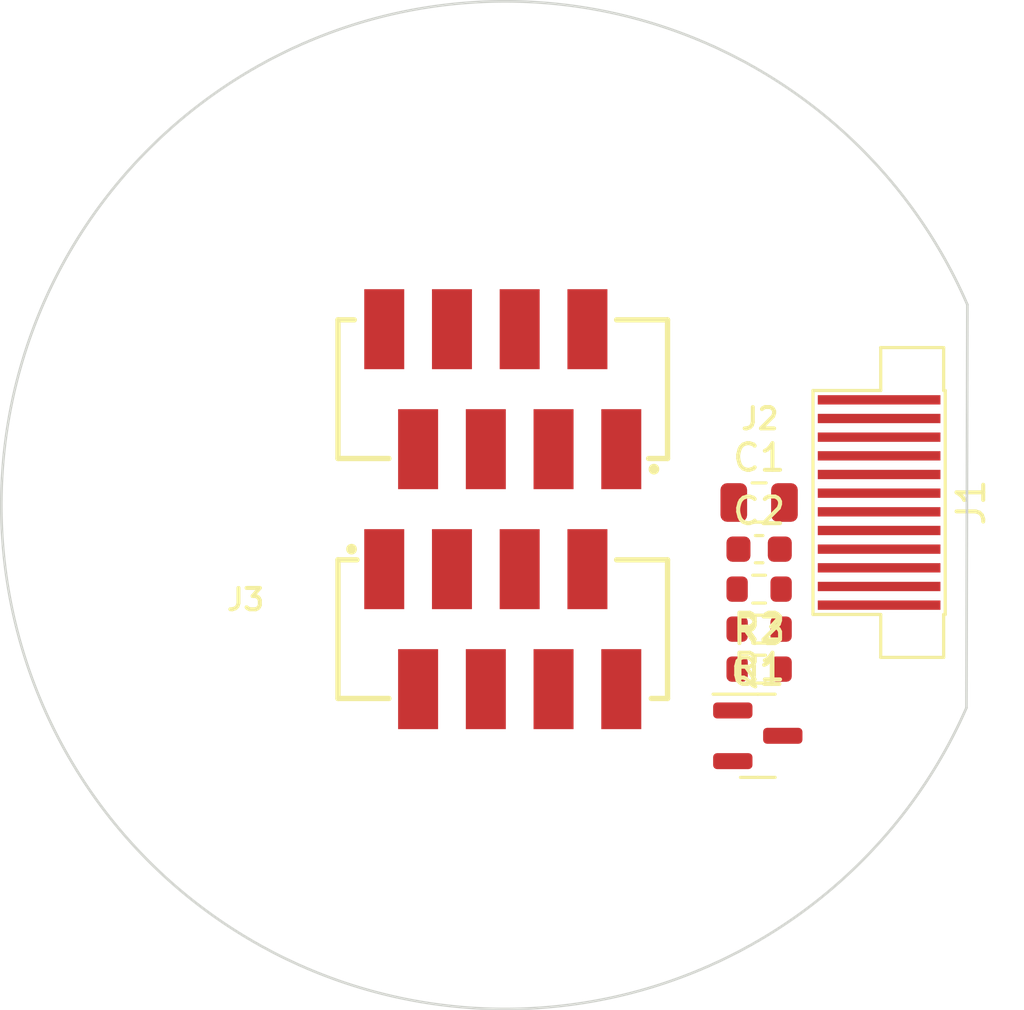
<source format=kicad_pcb>
(kicad_pcb (version 20221018) (generator pcbnew)
  (layers (0 "F.Cu" signal) (31 "B.Cu" signal) (34 "B.Paste" user) (35 "F.Paste" user) (36 "B.SilkS" user "B.Silkscreen") (37 "F.SilkS" user "F.Silkscreen") (38 "B.Mask" user) (39 "F.Mask" user) (44 "Edge.Cuts" user))
  (net 0 "")
  (net 1 "GND")
  (net 2 "+3V3")
  (net 3 "/SPI_CS")
  (net 4 "/SPI_CLK")
  (net 5 "/SPI_MOSI")
  (net 6 "/Screen_DC")
  (net 7 "/Screen_RST")
  (net 8 "/Screen_BL")
  (net 15 "Net-(Q1-B)")
  (net 16 "Net-(Q1-C)")
  (net 17 "/LEDK")
  (footprint "Capacitor_SMD:C_0603_1608Metric" (layer "F.Cu") (at 143.75 103)
    (fp_text reference "C2" (at 0 -1.43) (layer "F.SilkS"))
    (fp_text value "100nF")
    (fp_line (start -0.14058 -0.51) (end 0.14058 -0.51) (stroke (width 0.12)) (layer "F.SilkS"))
    (fp_line (start -0.14058 0.51) (end 0.14058 0.51) (stroke (width 0.12)) (layer "F.SilkS"))
    (pad "1" smd roundrect (at -0.775 0) (size 0.9 0.95) (layers "F.Cu" "F.Paste" "F.Mask") (net 1 "GND"))
    (pad "2" smd roundrect (at 0.775 0) (size 0.9 0.95) (layers "F.Cu" "F.Paste" "F.Mask") (net 2 "+3V3"))
  )
  (footprint "Resistor_SMD:R_0603_1608Metric" (layer "F.Cu") (at 143.75 106 180)
    (fp_text reference "R1" (at 0 -1.43) (layer "F.SilkS"))
    (fp_text value "1k")
    (fp_line (start -0.237258 -0.5225) (end 0.237258 -0.5225) (stroke (width 0.12)) (layer "F.SilkS"))
    (fp_line (start -0.237258 0.5225) (end 0.237258 0.5225) (stroke (width 0.12)) (layer "F.SilkS"))
    (pad "1" smd roundrect (at -0.825 0 180) (size 0.8 0.95) (layers "F.Cu" "F.Paste" "F.Mask") (net 8 "/Screen_BL"))
    (pad "2" smd roundrect (at 0.825 0 180) (size 0.8 0.95) (layers "F.Cu" "F.Paste" "F.Mask") (net 15 "Net-(Q1-B)"))
  )
  (footprint "Connectors:WR-MM Female 8pin" (layer "F.Cu") (at 134.135 97 180)
    (fp_text reference "J2" (at -9.645 -1.108) (layer "F.SilkS") (effects (font (size 0.8 0.8))))
    (fp_text value "Out")
    (fp_line (start -6.18 -2.6) (end -6.18 2.6) (stroke (width 0.2)) (layer "F.SilkS"))
    (fp_line (start -6.18 2.6) (end -4.27 2.6) (stroke (width 0.2)) (layer "F.SilkS"))
    (fp_line (start -5.47 -2.6) (end -6.18 -2.6) (stroke (width 0.2)) (layer "F.SilkS"))
    (fp_line (start 4.27 -2.6) (end 6.18 -2.6) (stroke (width 0.2)) (layer "F.SilkS"))
    (fp_line (start 6.18 -2.6) (end 6.18 2.6) (stroke (width 0.2)) (layer "F.SilkS"))
    (fp_line (start 6.18 2.6) (end 5.57 2.6) (stroke (width 0.2)) (layer "F.SilkS"))
    (fp_circle (center -5.67 -3) (end -5.57 -3) (stroke (width 0.2)) (fill none) (layer "F.SilkS"))
    (pad "1" smd rect (at -4.445 -2.25 180) (size 1.5 3) (layers "F.Cu" "F.Paste" "F.Mask") (net 2 "+3V3"))
    (pad "2" smd rect (at -3.175 2.25 180) (size 1.5 3) (layers "F.Cu" "F.Paste" "F.Mask") (net 3 "/SPI_CS"))
    (pad "3" smd rect (at -1.905 -2.25 180) (size 1.5 3) (layers "F.Cu" "F.Paste" "F.Mask") (net 4 "/SPI_CLK"))
    (pad "4" smd rect (at -0.635 2.25 180) (size 1.5 3) (layers "F.Cu" "F.Paste" "F.Mask") (net 5 "/SPI_MOSI"))
    (pad "5" smd rect (at 0.635 -2.25 180) (size 1.5 3) (layers "F.Cu" "F.Paste" "F.Mask") (net 6 "/Screen_DC"))
    (pad "6" smd rect (at 1.905 2.25 180) (size 1.5 3) (layers "F.Cu" "F.Paste" "F.Mask") (net 7 "/Screen_RST"))
    (pad "7" smd rect (at 3.175 -2.25 180) (size 1.5 3) (layers "F.Cu" "F.Paste" "F.Mask") (net 8 "/Screen_BL"))
    (pad "8" smd rect (at 4.445 2.25 180) (size 1.5 3) (layers "F.Cu" "F.Paste" "F.Mask") (net 1 "GND"))
  )
  (footprint "Resistor_SMD:R_0603_1608Metric" (layer "F.Cu") (at 143.75 107.5)
    (fp_text reference "R3" (at 0 -1.43) (layer "F.SilkS"))
    (fp_text value "10")
    (fp_line (start -0.237258 -0.5225) (end 0.237258 -0.5225) (stroke (width 0.12)) (layer "F.SilkS"))
    (fp_line (start -0.237258 0.5225) (end 0.237258 0.5225) (stroke (width 0.12)) (layer "F.SilkS"))
    (pad "1" smd roundrect (at -0.825 0) (size 0.8 0.95) (layers "F.Cu" "F.Paste" "F.Mask") (net 16 "Net-(Q1-C)"))
    (pad "2" smd roundrect (at 0.825 0) (size 0.8 0.95) (layers "F.Cu" "F.Paste" "F.Mask") (net 17 "/LEDK"))
  )
  (footprint "gc9a01:FPC_12" (layer "F.Cu") (at 148.25 101.25 90)
    (fp_text reference "J1" (at 0 3.45 90) (layer "F.SilkS"))
    (fp_text value "LCD_connector")
    (fp_line (start -5.81 0.06) (end -4.2 0.06) (stroke (width 0.12)) (layer "F.SilkS"))
    (fp_line (start -5.81 2.42) (end -5.81 0.06) (stroke (width 0.12)) (layer "F.SilkS"))
    (fp_line (start -4.2 -2.48) (end 4.2 -2.48) (stroke (width 0.12)) (layer "F.SilkS"))
    (fp_line (start -4.2 0.06) (end -4.2 -2.48) (stroke (width 0.12)) (layer "F.SilkS"))
    (fp_line (start -4.2 2.42) (end -5.81 2.42) (stroke (width 0.12)) (layer "F.SilkS"))
    (fp_line (start -4.2 2.48) (end -4.2 2.42) (stroke (width 0.12)) (layer "F.SilkS"))
    (fp_line (start -4.2 2.48) (end 4.2 2.48) (stroke (width 0.12)) (layer "F.SilkS"))
    (fp_line (start 4.2 0.06) (end 4.2 -2.48) (stroke (width 0.12)) (layer "F.SilkS"))
    (fp_line (start 4.2 2.42) (end 5.81 2.42) (stroke (width 0.12)) (layer "F.SilkS"))
    (fp_line (start 4.2 2.48) (end 4.2 2.42) (stroke (width 0.12)) (layer "F.SilkS"))
    (fp_line (start 5.81 0.06) (end 4.2 0.06) (stroke (width 0.12)) (layer "F.SilkS"))
    (fp_line (start 5.81 2.42) (end 5.81 0.06) (stroke (width 0.12)) (layer "F.SilkS"))
    (pad "0" smd rect (at -5.45 1.3 90) (size 0.001 0.001) (layers "F.Cu" "F.Paste" "F.Mask"))
    (pad "0" smd rect (at 5.45 1.3 90) (size 0.001 0.001) (layers "F.Cu" "F.Paste" "F.Mask"))
    (pad "1" smd rect (at -3.85 0 90) (size 0.35 4.6) (layers "F.Cu" "F.Paste" "F.Mask") (net 1 "GND"))
    (pad "2" smd rect (at -3.15 0 90) (size 0.35 4.6) (layers "F.Cu" "F.Paste" "F.Mask") (net 17 "/LEDK"))
    (pad "3" smd rect (at -2.45 0 90) (size 0.35 4.6) (layers "F.Cu" "F.Paste" "F.Mask") (net 2 "+3V3"))
    (pad "4" smd rect (at -1.75 0 90) (size 0.35 4.6) (layers "F.Cu" "F.Paste" "F.Mask") (net 2 "+3V3"))
    (pad "5" smd rect (at -1.05 0 90) (size 0.35 4.6) (layers "F.Cu" "F.Paste" "F.Mask") (net 1 "GND"))
    (pad "6" smd rect (at -0.35 0 90) (size 0.35 4.6) (layers "F.Cu" "F.Paste" "F.Mask") (net 1 "GND"))
    (pad "7" smd rect (at 0.35 0 90) (size 0.35 4.6) (layers "F.Cu" "F.Paste" "F.Mask") (net 6 "/Screen_DC"))
    (pad "8" smd rect (at 1.05 0 90) (size 0.35 4.6) (layers "F.Cu" "F.Paste" "F.Mask") (net 3 "/SPI_CS"))
    (pad "9" smd rect (at 1.75 0 90) (size 0.35 4.6) (layers "F.Cu" "F.Paste" "F.Mask") (net 4 "/SPI_CLK"))
    (pad "10" smd rect (at 2.45 0 90) (size 0.35 4.6) (layers "F.Cu" "F.Paste" "F.Mask") (net 5 "/SPI_MOSI"))
    (pad "11" smd rect (at 3.15 0 90) (size 0.35 4.6) (layers "F.Cu" "F.Paste" "F.Mask") (net 7 "/Screen_RST"))
    (pad "12" smd rect (at 3.85 0 90) (size 0.35 4.6) (layers "F.Cu" "F.Paste" "F.Mask") (net 1 "GND"))
  )
  (footprint "Capacitor_SMD:C_0805_2012Metric" (layer "F.Cu") (at 143.75 101.25)
    (fp_text reference "C1" (at 0 -1.68) (layer "F.SilkS"))
    (fp_text value "10µF")
    (fp_line (start -0.261252 -0.735) (end 0.261252 -0.735) (stroke (width 0.12)) (layer "F.SilkS"))
    (fp_line (start -0.261252 0.735) (end 0.261252 0.735) (stroke (width 0.12)) (layer "F.SilkS"))
    (pad "1" smd roundrect (at -0.95 0) (size 1 1.45) (layers "F.Cu" "F.Paste" "F.Mask") (net 1 "GND"))
    (pad "2" smd roundrect (at 0.95 0) (size 1 1.45) (layers "F.Cu" "F.Paste" "F.Mask") (net 2 "+3V3"))
  )
  (footprint "Package_TO_SOT_SMD:SOT-23" (layer "F.Cu") (at 143.7 110)
    (fp_text reference "Q1" (at 0 -2.4) (layer "F.SilkS"))
    (fp_text value "Q_NPN_BEC")
    (fp_line (start 0 -1.56) (end -1.675 -1.56) (stroke (width 0.12)) (layer "F.SilkS"))
    (fp_line (start 0 -1.56) (end 0.65 -1.56) (stroke (width 0.12)) (layer "F.SilkS"))
    (fp_line (start 0 1.56) (end -0.65 1.56) (stroke (width 0.12)) (layer "F.SilkS"))
    (fp_line (start 0 1.56) (end 0.65 1.56) (stroke (width 0.12)) (layer "F.SilkS"))
    (pad "1" smd roundrect (at -0.9375 -0.95) (size 1.475 0.6) (layers "F.Cu" "F.Paste" "F.Mask") (net 15 "Net-(Q1-B)"))
    (pad "2" smd roundrect (at -0.9375 0.95) (size 1.475 0.6) (layers "F.Cu" "F.Paste" "F.Mask") (net 1 "GND"))
    (pad "3" smd roundrect (at 0.9375 0) (size 1.475 0.6) (layers "F.Cu" "F.Paste" "F.Mask") (net 16 "Net-(Q1-C)"))
  )
  (footprint "Resistor_SMD:R_0603_1608Metric" (layer "F.Cu") (at 143.75 104.5 180)
    (fp_text reference "R2" (at 0 -1.43) (layer "F.SilkS"))
    (fp_text value "10k")
    (fp_line (start -0.237258 -0.5225) (end 0.237258 -0.5225) (stroke (width 0.12)) (layer "F.SilkS"))
    (fp_line (start -0.237258 0.5225) (end 0.237258 0.5225) (stroke (width 0.12)) (layer "F.SilkS"))
    (pad "1" smd roundrect (at -0.825 0 180) (size 0.8 0.95) (layers "F.Cu" "F.Paste" "F.Mask") (net 2 "+3V3"))
    (pad "2" smd roundrect (at 0.825 0 180) (size 0.8 0.95) (layers "F.Cu" "F.Paste" "F.Mask") (net 15 "Net-(Q1-B)"))
  )
  (footprint "Connectors:WR-MM Female 8pin" (layer "F.Cu") (at 134.135 106)
    (fp_text reference "J3" (at -9.645 -1.108) (layer "F.SilkS") (effects (font (size 0.8 0.8))))
    (fp_text value "Out")
    (fp_line (start -6.18 -2.6) (end -6.18 2.6) (stroke (width 0.2)) (layer "F.SilkS"))
    (fp_line (start -6.18 2.6) (end -4.27 2.6) (stroke (width 0.2)) (layer "F.SilkS"))
    (fp_line (start -5.47 -2.6) (end -6.18 -2.6) (stroke (width 0.2)) (layer "F.SilkS"))
    (fp_line (start 4.27 -2.6) (end 6.18 -2.6) (stroke (width 0.2)) (layer "F.SilkS"))
    (fp_line (start 6.18 -2.6) (end 6.18 2.6) (stroke (width 0.2)) (layer "F.SilkS"))
    (fp_line (start 6.18 2.6) (end 5.57 2.6) (stroke (width 0.2)) (layer "F.SilkS"))
    (fp_circle (center -5.67 -3) (end -5.57 -3) (stroke (width 0.2)) (fill none) (layer "F.SilkS"))
    (pad "1" smd rect (at -4.445 -2.25) (size 1.5 3) (layers "F.Cu" "F.Paste" "F.Mask") (net 2 "+3V3"))
    (pad "2" smd rect (at -3.175 2.25) (size 1.5 3) (layers "F.Cu" "F.Paste" "F.Mask"))
    (pad "3" smd rect (at -1.905 -2.25) (size 1.5 3) (layers "F.Cu" "F.Paste" "F.Mask"))
    (pad "4" smd rect (at -0.635 2.25) (size 1.5 3) (layers "F.Cu" "F.Paste" "F.Mask"))
    (pad "5" smd rect (at 0.635 -2.25) (size 1.5 3) (layers "F.Cu" "F.Paste" "F.Mask"))
    (pad "6" smd rect (at 1.905 2.25) (size 1.5 3) (layers "F.Cu" "F.Paste" "F.Mask"))
    (pad "7" smd rect (at 3.175 -2.25) (size 1.5 3) (layers "F.Cu" "F.Paste" "F.Mask"))
    (pad "8" smd rect (at 4.445 2.25) (size 1.5 3) (layers "F.Cu" "F.Paste" "F.Mask") (net 1 "GND"))
  )
  (gr_arc (start 151.524999 108.95) (mid 115.329285 101.306066) (end 151.560153 93.83053) (stroke (width 0.1)) (layer "Edge.Cuts"))
  (gr_line (start 151.560153 93.83053) (end 151.525 108.95) (stroke (width 0.1)) (layer "Edge.Cuts"))
)
</source>
